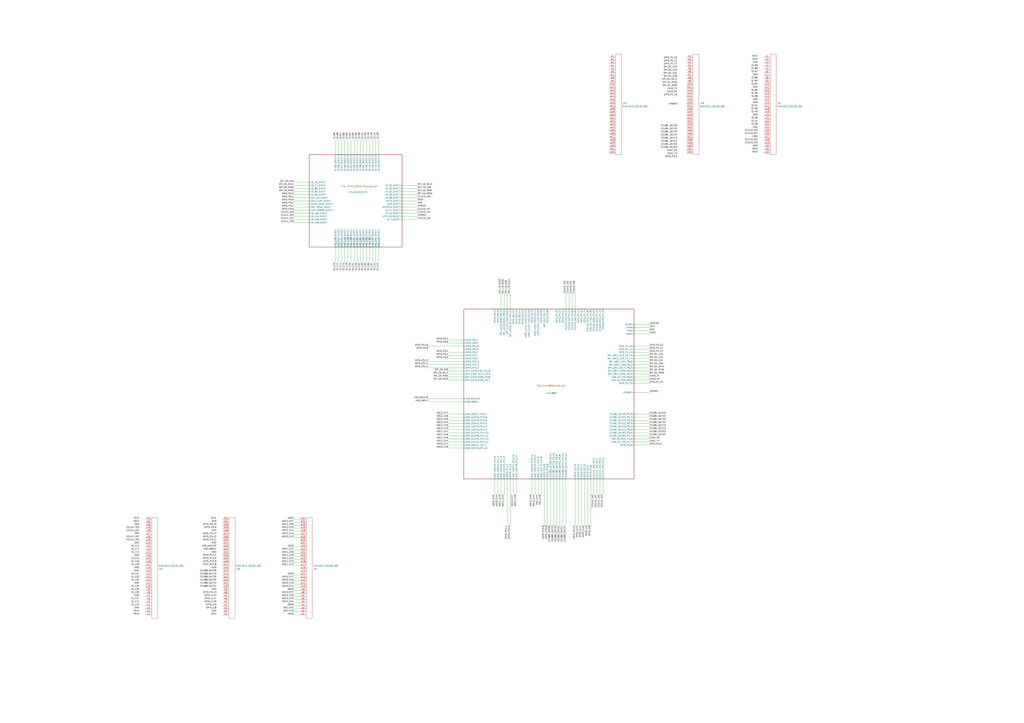
<source format=kicad_sch>
(kicad_sch (version 20211123) (generator eeschema)
  (paper "A1")
  (lib_symbols
    (symbol "DIN41612_03x32_ABC:DIN41612_03x32_ABC"
      (property "Reference" "J" (at 0 3.81 0))
      (property "Value" "DIN41612_03x32_ABC" (at 0 1.27 0))
      (symbol "DIN41612_03x32_ABC_1_0"
        (pin passive line (at -7.62 -2.54 0) (length 5.08) (name "") (number "a1"))
        (pin passive line (at -7.62 -25.4 0) (length 5.08) (name "") (number "a10"))
        (pin passive line (at -7.62 -27.94 0) (length 5.08) (name "") (number "a11"))
        (pin passive line (at -7.62 -30.48 0) (length 5.08) (name "") (number "a12"))
        (pin passive line (at -7.62 -33.02 0) (length 5.08) (name "") (number "a13"))
        (pin passive line (at -7.62 -35.56 0) (length 5.08) (name "") (number "a14"))
        (pin passive line (at -7.62 -38.1 0) (length 5.08) (name "") (number "a15"))
        (pin passive line (at -7.62 -40.64 0) (length 5.08) (name "") (number "a16"))
        (pin passive line (at -7.62 -43.18 0) (length 5.08) (name "") (number "a17"))
        (pin passive line (at -7.62 -45.72 0) (length 5.08) (name "") (number "a18"))
        (pin passive line (at -7.62 -48.26 0) (length 5.08) (name "") (number "a19"))
        (pin passive line (at -7.62 -5.08 0) (length 5.08) (name "") (number "a2"))
        (pin passive line (at -7.62 -50.8 0) (length 5.08) (name "") (number "a20"))
        (pin passive line (at -7.62 -53.34 0) (length 5.08) (name "") (number "a21"))
        (pin passive line (at -7.62 -55.88 0) (length 5.08) (name "") (number "a22"))
        (pin passive line (at -7.62 -58.42 0) (length 5.08) (name "") (number "a23"))
        (pin passive line (at -7.62 -60.96 0) (length 5.08) (name "") (number "a24"))
        (pin passive line (at -7.62 -63.5 0) (length 5.08) (name "") (number "a25"))
        (pin passive line (at -7.62 -66.04 0) (length 5.08) (name "") (number "a26"))
        (pin passive line (at -7.62 -68.58 0) (length 5.08) (name "") (number "a27"))
        (pin passive line (at -7.62 -71.12 0) (length 5.08) (name "") (number "a28"))
        (pin passive line (at -7.62 -73.66 0) (length 5.08) (name "") (number "a29"))
        (pin passive line (at -7.62 -7.62 0) (length 5.08) (name "") (number "a3"))
        (pin passive line (at -7.62 -76.2 0) (length 5.08) (name "") (number "a30"))
        (pin passive line (at -7.62 -78.74 0) (length 5.08) (name "") (number "a31"))
        (pin passive line (at -7.62 -81.28 0) (length 5.08) (name "") (number "a32"))
        (pin passive line (at -7.62 -10.16 0) (length 5.08) (name "") (number "a4"))
        (pin passive line (at -7.62 -12.7 0) (length 5.08) (name "") (number "a5"))
        (pin passive line (at -7.62 -15.24 0) (length 5.08) (name "") (number "a6"))
        (pin passive line (at -7.62 -17.78 0) (length 5.08) (name "") (number "a7"))
        (pin passive line (at -7.62 -20.32 0) (length 5.08) (name "") (number "a8"))
        (pin passive line (at -7.62 -22.86 0) (length 5.08) (name "") (number "a9"))
      )
      (symbol "DIN41612_03x32_ABC_1_1"
        (rectangle (start -2.54 0) (end 2.54 -82.55))
      )
      (symbol "DIN41612_03x32_ABC_2_0"
        (pin passive line (at -7.62 -2.54 0) (length 5.08) (name "") (number "b1"))
        (pin passive line (at -7.62 -25.4 0) (length 5.08) (name "") (number "b10"))
        (pin passive line (at -7.62 -27.94 0) (length 5.08) (name "") (number "b11"))
        (pin passive line (at -7.62 -30.48 0) (length 5.08) (name "") (number "b12"))
        (pin passive line (at -7.62 -33.02 0) (length 5.08) (name "") (number "b13"))
        (pin passive line (at -7.62 -35.56 0) (length 5.08) (name "") (number "b14"))
        (pin passive line (at -7.62 -38.1 0) (length 5.08) (name "") (number "b15"))
        (pin passive line (at -7.62 -40.64 0) (length 5.08) (name "") (number "b16"))
        (pin passive line (at -7.62 -43.18 0) (length 5.08) (name "") (number "b17"))
        (pin passive line (at -7.62 -45.72 0) (length 5.08) (name "") (number "b18"))
        (pin passive line (at -7.62 -48.26 0) (length 5.08) (name "") (number "b19"))
        (pin passive line (at -7.62 -5.08 0) (length 5.08) (name "") (number "b2"))
        (pin passive line (at -7.62 -50.8 0) (length 5.08) (name "") (number "b20"))
        (pin passive line (at -7.62 -53.34 0) (length 5.08) (name "") (number "b21"))
        (pin passive line (at -7.62 -55.88 0) (length 5.08) (name "") (number "b22"))
        (pin passive line (at -7.62 -58.42 0) (length 5.08) (name "") (number "b23"))
        (pin passive line (at -7.62 -60.96 0) (length 5.08) (name "") (number "b24"))
        (pin passive line (at -7.62 -63.5 0) (length 5.08) (name "") (number "b25"))
        (pin passive line (at -7.62 -66.04 0) (length 5.08) (name "") (number "b26"))
        (pin passive line (at -7.62 -68.58 0) (length 5.08) (name "") (number "b27"))
        (pin passive line (at -7.62 -71.12 0) (length 5.08) (name "") (number "b28"))
        (pin passive line (at -7.62 -73.66 0) (length 5.08) (name "") (number "b29"))
        (pin passive line (at -7.62 -7.62 0) (length 5.08) (name "") (number "b3"))
        (pin passive line (at -7.62 -76.2 0) (length 5.08) (name "") (number "b30"))
        (pin passive line (at -7.62 -78.74 0) (length 5.08) (name "") (number "b31"))
        (pin passive line (at -7.62 -81.28 0) (length 5.08) (name "") (number "b32"))
        (pin passive line (at -7.62 -10.16 0) (length 5.08) (name "") (number "b4"))
        (pin passive line (at -7.62 -12.7 0) (length 5.08) (name "") (number "b5"))
        (pin passive line (at -7.62 -15.24 0) (length 5.08) (name "") (number "b6"))
        (pin passive line (at -7.62 -17.78 0) (length 5.08) (name "") (number "b7"))
        (pin passive line (at -7.62 -20.32 0) (length 5.08) (name "") (number "b8"))
        (pin passive line (at -7.62 -22.86 0) (length 5.08) (name "") (number "b9"))
      )
      (symbol "DIN41612_03x32_ABC_2_1"
        (rectangle (start -2.54 0) (end 2.54 -82.55))
      )
      (symbol "DIN41612_03x32_ABC_3_0"
        (pin passive line (at -7.62 -2.54 0) (length 5.08) (name "") (number "c1"))
        (pin passive line (at -7.62 -25.4 0) (length 5.08) (name "") (number "c10"))
        (pin passive line (at -7.62 -27.94 0) (length 5.08) (name "") (number "c11"))
        (pin passive line (at -7.62 -30.48 0) (length 5.08) (name "") (number "c12"))
        (pin passive line (at -7.62 -33.02 0) (length 5.08) (name "") (number "c13"))
        (pin passive line (at -7.62 -35.56 0) (length 5.08) (name "") (number "c14"))
        (pin passive line (at -7.62 -38.1 0) (length 5.08) (name "") (number "c15"))
        (pin passive line (at -7.62 -40.64 0) (length 5.08) (name "") (number "c16"))
        (pin passive line (at -7.62 -43.18 0) (length 5.08) (name "") (number "c17"))
        (pin passive line (at -7.62 -45.72 0) (length 5.08) (name "") (number "c18"))
        (pin passive line (at -7.62 -48.26 0) (length 5.08) (name "") (number "c19"))
        (pin passive line (at -7.62 -5.08 0) (length 5.08) (name "") (number "c2"))
        (pin passive line (at -7.62 -50.8 0) (length 5.08) (name "") (number "c20"))
        (pin passive line (at -7.62 -53.34 0) (length 5.08) (name "") (number "c21"))
        (pin passive line (at -7.62 -55.88 0) (length 5.08) (name "") (number "c22"))
        (pin passive line (at -7.62 -58.42 0) (length 5.08) (name "") (number "c23"))
        (pin passive line (at -7.62 -60.96 0) (length 5.08) (name "") (number "c24"))
        (pin passive line (at -7.62 -63.5 0) (length 5.08) (name "") (number "c25"))
        (pin passive line (at -7.62 -66.04 0) (length 5.08) (name "") (number "c26"))
        (pin passive line (at -7.62 -68.58 0) (length 5.08) (name "") (number "c27"))
        (pin passive line (at -7.62 -71.12 0) (length 5.08) (name "") (number "c28"))
        (pin passive line (at -7.62 -73.66 0) (length 5.08) (name "") (number "c29"))
        (pin passive line (at -7.62 -7.62 0) (length 5.08) (name "") (number "c3"))
        (pin passive line (at -7.62 -76.2 0) (length 5.08) (name "") (number "c30"))
        (pin passive line (at -7.62 -78.74 0) (length 5.08) (name "") (number "c31"))
        (pin passive line (at -7.62 -81.28 0) (length 5.08) (name "") (number "c32"))
        (pin passive line (at -7.62 -10.16 0) (length 5.08) (name "") (number "c4"))
        (pin passive line (at -7.62 -12.7 0) (length 5.08) (name "") (number "c5"))
        (pin passive line (at -7.62 -15.24 0) (length 5.08) (name "") (number "c6"))
        (pin passive line (at -7.62 -17.78 0) (length 5.08) (name "") (number "c7"))
        (pin passive line (at -7.62 -20.32 0) (length 5.08) (name "") (number "c8"))
        (pin passive line (at -7.62 -22.86 0) (length 5.08) (name "") (number "c9"))
      )
      (symbol "DIN41612_03x32_ABC_3_1"
        (rectangle (start -2.54 0) (end 2.54 -82.55))
      )
    )
  )
  (wire (pts (xy 520.7 363.22) (xy 533.4 363.22)))
  (wire (pts (xy 241.3 505.46) (xy 246.38 505.46)))
  (wire (pts (xy 520.7 350.52) (xy 533.4 350.52)))
  (wire (pts (xy 414.02 241.3) (xy 414.02 254)))
  (wire (pts (xy 459.74 393.7) (xy 459.74 431.8)))
  (wire (pts (xy 520.7 304.8) (xy 533.4 304.8)))
  (wire (pts (xy 368.3 342.9) (xy 381 342.9)))
  (wire (pts (xy 330.2 172.72) (xy 342.9 172.72)))
  (wire (pts (xy 241.3 482.6) (xy 246.38 482.6)))
  (wire (pts (xy 520.7 297.18) (xy 533.4 297.18)))
  (wire (pts (xy 520.7 269.24) (xy 533.4 269.24)))
  (wire (pts (xy 241.3 497.84) (xy 246.38 497.84)))
  (wire (pts (xy 275.59 203.2) (xy 275.59 215.9)))
  (wire (pts (xy 474.98 393.7) (xy 474.98 431.8)))
  (wire (pts (xy 241.3 480.06) (xy 246.38 480.06)))
  (wire (pts (xy 241.3 457.2) (xy 246.38 457.2)))
  (wire (pts (xy 368.3 294.64) (xy 381 294.64)))
  (wire (pts (xy 241.3 474.98) (xy 246.38 474.98)))
  (wire (pts (xy 241.3 162.56) (xy 254 162.56)))
  (wire (pts (xy 241.3 500.38) (xy 246.38 500.38)))
  (wire (pts (xy 490.22 393.7) (xy 490.22 406.4)))
  (wire (pts (xy 419.1 241.3) (xy 419.1 254)))
  (wire (pts (xy 441.96 393.7) (xy 441.96 406.4)))
  (wire (pts (xy 288.29 203.2) (xy 288.29 215.9)))
  (wire (pts (xy 414.02 393.7) (xy 414.02 406.4)))
  (wire (pts (xy 241.3 464.82) (xy 246.38 464.82)))
  (wire (pts (xy 241.3 170.18) (xy 254 170.18)))
  (wire (pts (xy 477.52 393.7) (xy 477.52 431.8)))
  (wire (pts (xy 520.7 360.68) (xy 533.4 360.68)))
  (wire (pts (xy 467.36 241.3) (xy 467.36 254)))
  (wire (pts (xy 295.91 114.3) (xy 295.91 127)))
  (wire (pts (xy 241.3 167.64) (xy 254 167.64)))
  (wire (pts (xy 368.3 279.4) (xy 381 279.4)))
  (wire (pts (xy 241.3 160.02) (xy 254 160.02)))
  (wire (pts (xy 520.7 274.32) (xy 533.4 274.32)))
  (wire (pts (xy 368.3 304.8) (xy 381 304.8)))
  (wire (pts (xy 520.7 353.06) (xy 533.4 353.06)))
  (wire (pts (xy 368.3 292.1) (xy 381 292.1)))
  (wire (pts (xy 330.2 162.56) (xy 342.9 162.56)))
  (wire (pts (xy 241.3 180.34) (xy 254 180.34)))
  (wire (pts (xy 416.56 393.7) (xy 416.56 431.8)))
  (wire (pts (xy 444.5 393.7) (xy 444.5 406.4)))
  (wire (pts (xy 308.61 114.3) (xy 308.61 127)))
  (wire (pts (xy 241.3 154.94) (xy 254 154.94)))
  (wire (pts (xy 520.7 266.7) (xy 533.4 266.7)))
  (wire (pts (xy 330.2 154.94) (xy 342.9 154.94)))
  (wire (pts (xy 241.3 449.58) (xy 246.38 449.58)))
  (wire (pts (xy 520.7 294.64) (xy 533.4 294.64)))
  (wire (pts (xy 449.58 393.7) (xy 449.58 431.8)))
  (wire (pts (xy 351.79 297.18) (xy 381 297.18)))
  (wire (pts (xy 462.28 393.7) (xy 462.28 431.8)))
  (wire (pts (xy 469.9 241.3) (xy 469.9 254)))
  (wire (pts (xy 241.3 182.88) (xy 254 182.88)))
  (wire (pts (xy 241.3 165.1) (xy 254 165.1)))
  (wire (pts (xy 241.3 149.86) (xy 254 149.86)))
  (wire (pts (xy 368.3 353.06) (xy 381 353.06)))
  (wire (pts (xy 275.59 114.3) (xy 275.59 127)))
  (wire (pts (xy 457.2 393.7) (xy 457.2 431.8)))
  (wire (pts (xy 330.2 177.8) (xy 342.9 177.8)))
  (wire (pts (xy 293.37 203.2) (xy 293.37 215.9)))
  (wire (pts (xy 424.18 393.7) (xy 424.18 406.4)))
  (wire (pts (xy 520.7 365.76) (xy 533.4 365.76)))
  (wire (pts (xy 368.3 363.22) (xy 381 363.22)))
  (wire (pts (xy 520.7 309.88) (xy 533.4 309.88)))
  (wire (pts (xy 351.79 302.26) (xy 381 302.26)))
  (wire (pts (xy 283.21 114.3) (xy 283.21 127)))
  (wire (pts (xy 368.3 350.52) (xy 381 350.52)))
  (wire (pts (xy 298.45 203.2) (xy 298.45 215.9)))
  (wire (pts (xy 298.45 114.3) (xy 298.45 127)))
  (wire (pts (xy 368.3 281.94) (xy 381 281.94)))
  (wire (pts (xy 485.14 393.7) (xy 485.14 431.8)))
  (wire (pts (xy 520.7 355.6) (xy 533.4 355.6)))
  (wire (pts (xy 330.2 170.18) (xy 342.9 170.18)))
  (wire (pts (xy 241.3 431.8) (xy 246.38 431.8)))
  (wire (pts (xy 330.2 160.02) (xy 342.9 160.02)))
  (wire (pts (xy 306.07 114.3) (xy 306.07 127)))
  (wire (pts (xy 447.04 393.7) (xy 447.04 431.8)))
  (wire (pts (xy 241.3 429.26) (xy 246.38 429.26)))
  (wire (pts (xy 285.75 114.3) (xy 285.75 127)))
  (wire (pts (xy 368.3 309.88) (xy 381 309.88)))
  (wire (pts (xy 330.2 175.26) (xy 342.9 175.26)))
  (wire (pts (xy 408.94 393.7) (xy 408.94 406.4)))
  (wire (pts (xy 311.15 203.2) (xy 311.15 215.9)))
  (wire (pts (xy 295.91 203.2) (xy 295.91 215.9)))
  (wire (pts (xy 330.2 180.34) (xy 342.9 180.34)))
  (wire (pts (xy 480.06 393.7) (xy 480.06 431.8)))
  (wire (pts (xy 411.48 393.7) (xy 411.48 406.4)))
  (wire (pts (xy 241.3 152.4) (xy 254 152.4)))
  (wire (pts (xy 495.3 393.7) (xy 495.3 406.4)))
  (wire (pts (xy 241.3 441.96) (xy 246.38 441.96)))
  (wire (pts (xy 520.7 322.58) (xy 533.4 322.58)))
  (wire (pts (xy 368.3 340.36) (xy 381 340.36)))
  (wire (pts (xy 280.67 203.2) (xy 280.67 215.9)))
  (wire (pts (xy 520.7 345.44) (xy 533.4 345.44)))
  (wire (pts (xy 351.79 299.72) (xy 381 299.72)))
  (wire (pts (xy 439.42 393.7) (xy 439.42 406.4)))
  (wire (pts (xy 241.3 495.3) (xy 246.38 495.3)))
  (wire (pts (xy 464.82 393.7) (xy 464.82 431.8)))
  (wire (pts (xy 285.75 203.2) (xy 285.75 215.9)))
  (wire (pts (xy 351.79 327.66) (xy 381 327.66)))
  (wire (pts (xy 520.7 340.36) (xy 533.4 340.36)))
  (wire (pts (xy 368.3 307.34) (xy 381 307.34)))
  (wire (pts (xy 241.3 462.28) (xy 246.38 462.28)))
  (wire (pts (xy 411.48 241.3) (xy 411.48 254)))
  (wire (pts (xy 368.3 360.68) (xy 381 360.68)))
  (wire (pts (xy 330.2 165.1) (xy 342.9 165.1)))
  (wire (pts (xy 472.44 393.7) (xy 472.44 431.8)))
  (wire (pts (xy 330.2 167.64) (xy 342.9 167.64)))
  (wire (pts (xy 368.3 289.56) (xy 381 289.56)))
  (wire (pts (xy 241.3 452.12) (xy 246.38 452.12)))
  (wire (pts (xy 293.37 114.3) (xy 293.37 127)))
  (wire (pts (xy 472.44 241.3) (xy 472.44 254)))
  (wire (pts (xy 406.4 393.7) (xy 406.4 406.4)))
  (wire (pts (xy 464.82 241.3) (xy 464.82 254)))
  (wire (pts (xy 368.3 355.6) (xy 381 355.6)))
  (wire (pts (xy 520.7 312.42) (xy 533.4 312.42)))
  (wire (pts (xy 520.7 314.96) (xy 533.4 314.96)))
  (wire (pts (xy 283.21 203.2) (xy 283.21 215.9)))
  (wire (pts (xy 454.66 393.7) (xy 454.66 431.8)))
  (wire (pts (xy 520.7 358.14) (xy 533.4 358.14)))
  (wire (pts (xy 241.3 459.74) (xy 246.38 459.74)))
  (wire (pts (xy 241.3 490.22) (xy 246.38 490.22)))
  (wire (pts (xy 520.7 347.98) (xy 533.4 347.98)))
  (wire (pts (xy 487.68 393.7) (xy 487.68 406.4)))
  (wire (pts (xy 280.67 114.3) (xy 280.67 127)))
  (wire (pts (xy 520.7 342.9) (xy 533.4 342.9)))
  (wire (pts (xy 308.61 203.2) (xy 308.61 215.9)))
  (wire (pts (xy 241.3 177.8) (xy 254 177.8)))
  (wire (pts (xy 241.3 454.66) (xy 246.38 454.66)))
  (wire (pts (xy 351.79 330.2) (xy 381 330.2)))
  (wire (pts (xy 241.3 157.48) (xy 254 157.48)))
  (wire (pts (xy 368.3 358.14) (xy 381 358.14)))
  (wire (pts (xy 290.83 203.2) (xy 290.83 215.9)))
  (wire (pts (xy 303.53 203.2) (xy 303.53 215.9)))
  (wire (pts (xy 520.7 289.56) (xy 533.4 289.56)))
  (wire (pts (xy 288.29 114.3) (xy 288.29 127)))
  (wire (pts (xy 368.3 345.44) (xy 381 345.44)))
  (wire (pts (xy 421.64 393.7) (xy 421.64 406.4)))
  (wire (pts (xy 419.1 393.7) (xy 419.1 431.8)))
  (wire (pts (xy 300.99 203.2) (xy 300.99 215.9)))
  (wire (pts (xy 241.3 487.68) (xy 246.38 487.68)))
  (wire (pts (xy 241.3 485.14) (xy 246.38 485.14)))
  (wire (pts (xy 452.12 393.7) (xy 452.12 431.8)))
  (wire (pts (xy 303.53 114.3) (xy 303.53 127)))
  (wire (pts (xy 520.7 284.48) (xy 533.4 284.48)))
  (wire (pts (xy 241.3 436.88) (xy 246.38 436.88)))
  (wire (pts (xy 278.13 114.3) (xy 278.13 127)))
  (wire (pts (xy 311.15 114.3) (xy 311.15 127)))
  (wire (pts (xy 241.3 472.44) (xy 246.38 472.44)))
  (wire (pts (xy 492.76 393.7) (xy 492.76 406.4)))
  (wire (pts (xy 241.3 172.72) (xy 254 172.72)))
  (wire (pts (xy 520.7 299.72) (xy 533.4 299.72)))
  (wire (pts (xy 520.7 302.26) (xy 533.4 302.26)))
  (wire (pts (xy 416.56 241.3) (xy 416.56 254)))
  (wire (pts (xy 368.3 312.42) (xy 381 312.42)))
  (wire (pts (xy 330.2 157.48) (xy 342.9 157.48)))
  (wire (pts (xy 368.3 365.76) (xy 381 365.76)))
  (wire (pts (xy 482.6 393.7) (xy 482.6 431.8)))
  (wire (pts (xy 278.13 203.2) (xy 278.13 215.9)))
  (wire (pts (xy 241.3 492.76) (xy 246.38 492.76)))
  (wire (pts (xy 368.3 347.98) (xy 381 347.98)))
  (wire (pts (xy 241.3 477.52) (xy 246.38 477.52)))
  (wire (pts (xy 300.99 114.3) (xy 300.99 127)))
  (wire (pts (xy 520.7 271.78) (xy 533.4 271.78)))
  (wire (pts (xy 330.2 152.4) (xy 342.9 152.4)))
  (wire (pts (xy 520.7 287.02) (xy 533.4 287.02)))
  (wire (pts (xy 368.3 368.3) (xy 381 368.3)))
  (wire (pts (xy 290.83 114.3) (xy 290.83 127)))
  (wire (pts (xy 241.3 434.34) (xy 246.38 434.34)))
  (wire (pts (xy 241.3 426.72) (xy 246.38 426.72)))
  (wire (pts (xy 520.7 307.34) (xy 533.4 307.34)))
  (wire (pts (xy 241.3 502.92) (xy 246.38 502.92)))
  (wire (pts (xy 520.7 292.1) (xy 533.4 292.1)))
  (wire (pts (xy 351.79 284.48) (xy 381 284.48)))
  (wire (pts (xy 241.3 175.26) (xy 254 175.26)))
  (wire (pts (xy 241.3 439.42) (xy 246.38 439.42)))
  (wire (pts (xy 306.07 203.2) (xy 306.07 215.9)))
  (wire (pts (xy 436.88 393.7) (xy 436.88 406.4)))
  (label "IO_59" (at 622.3 77.47 180))
  (label "IO_121" (at 290.83 215.9 270))
  (label "CAN3_TX" (at 556.26 73.66 180))
  (label "V5V1" (at 177.8 505.46 180))
  (label "V5VSTBY" (at 533.4 266.7 0))
  (label "CCU81_OUT03" (at 533.4 355.6 0))
  (label "GPIO_P2.0" (at 533.4 365.76 0))
  (label "IO_42" (at 308.61 114.3 90))
  (label "GND" (at 177.8 454.66 180))
  (label "IO_110" (at 275.59 215.9 270))
  (label "AGND" (at 241.3 426.72 180))
  (label "CCU41_IN2" (at 114.3 436.88 180))
  (label "GPIO_P15.8" (at 177.8 464.82 180))
  (label "IO_64" (at 288.29 114.3 90))
  (label "GND" (at 114.3 480.06 180))
  (label "SPI_10_SCLK" (at 342.9 152.4 0))
  (label "CCU41_IN3" (at 241.3 175.26 180))
  (label "nPORST" (at 342.9 170.18 0))
  (label "GND" (at 114.3 467.36 180))
  (label "GPIO_P2.0" (at 241.3 160.02 180))
  (label "GND" (at 622.3 113.03 180))
  (label "HIB_WAKEUP" (at 177.8 449.58 180))
  (label "CCU43_IN1" (at 469.9 241.3 90))
  (label "V5V2" (at 342.9 165.1 0))
  (label "V5V1" (at 533.4 269.24 0))
  (label "ADC2_CH7" (at 368.3 340.36 180))
  (label "CCU80_OUT11" (at 462.28 431.8 270))
  (label "CCU80_OUT21" (at 177.8 482.6 180))
  (label "V5V2" (at 622.3 46.99 180))
  (label "GPIO_P3.11" (at 351.79 302.26 180))
  (label "IO_135" (at 300.99 215.9 270))
  (label "HIB_WAKEUP" (at 351.79 327.66 180))
  (label "IO_68" (at 622.3 57.15 180))
  (label "ADC3_CH4" (at 439.42 406.4 270))
  (label "GPIO_P1.10" (at 533.4 284.48 0))
  (label "CCU41_IN3" (at 495.3 406.4 270))
  (label "GND" (at 114.3 457.2 180))
  (label "GND" (at 622.3 52.07 180))
  (label "GPIO_P1.15" (at 533.4 314.96 0))
  (label "V5V2" (at 114.3 502.92 180))
  (label "CCU80_OUT01" (at 177.8 477.52 180))
  (label "GPIO_P3.12" (at 351.79 299.72 180))
  (label "GND" (at 114.3475 439.1955 180))
  (label "ADC0_CH7" (at 241.3 474.98 180))
  (label "GND" (at 177.8 467.36 180))
  (label "IO_121" (at 114.3 472.44 180))
  (label "CCU81_OUT22" (at 556.26 111.76 180))
  (label "GPIO_P0.1" (at 368.3 279.4 180))
  (label "CAN3_TX" (at 533.4 309.88 0))
  (label "IO_132" (at 114.3 477.52 180))
  (label "CCU81_OUT03" (at 556.26 119.38 180))
  (label "IO_46" (at 622.3 97.79 180))
  (label "CCU81_OUT32" (at 533.4 342.9 0))
  (label "IO_136" (at 303.53 215.9 270))
  (label "CCU43_IN3" (at 342.9 180.34 0))
  (label "CCU43_IN2" (at 342.9 175.26 0))
  (label "GPIO_P14.1" (at 416.56 431.8 270))
  (label "CCU81_OUT13" (at 556.26 114.3 180))
  (label "IO_39" (at 311.15 114.3 90))
  (label "GPIO_P2.0" (at 556.26 129.54 180))
  (label "IO_58" (at 295.91 114.3 90))
  (label "GPIO_P15.8" (at 449.58 431.8 270))
  (label "ADC0_CH5" (at 241.3 480.06 180))
  (label "GPIO_2.11" (at 477.52 431.8 270))
  (label "CCU43_IN2" (at 622.3 115.57 180))
  (label "GPIO_P3.2" (at 368.3 289.56 180))
  (label "GPIO_P0.0" (at 241.3 165.1 180))
  (label "ADC3_CH7" (at 421.64 406.4 270))
  (label "ADC3_CH6" (at 424.18 406.4 270))
  (label "IO_115" (at 114.3 459.74 180))
  (label "SPI_01_SCLK" (at 556.26 66.04 180))
  (label "IO_58" (at 622.3 80.01 180))
  (label "SPI_01_CS2" (at 533.4 294.64 0))
  (label "GPIO_2.12" (at 177.8 490.22 180))
  (label "SPI_20_MISO" (at 368.3 312.42 180))
  (label "GPIO_2.10" (at 177.8 495.3 180))
  (label "SPI_20_CS0" (at 241.3 149.86 180))
  (label "GPIO_2.9" (at 482.6 431.8 270))
  (label "GPIO_2.9" (at 177.8 497.84 180))
  (label "GPIO_2.8" (at 177.8 500.38 180))
  (label "CCU43_IN0" (at 622.3 107.95 180))
  (label "ADC2_CH5" (at 368.3 345.44 180))
  (label "IO_50" (at 622.3 90.17 180))
  (label "IO_65" (at 622.3 67.31 180))
  (label "CCU81_OUT22" (at 533.4 347.98 0))
  (label "GND" (at 622.3 62.23 180))
  (label "GPIO_P15.9" (at 177.8 462.28 180))
  (label "ADC1_CH5" (at 241.3 457.2 180))
  (label "ADC1_CH2" (at 241.3 464.82 180))
  (label "IO_39" (at 622.3 102.87 180))
  (label "GPIO_P3.11" (at 177.8 444.5 180))
  (label "GND" (at 177.8 436.88 180))
  (label "CAN3_RX" (at 556.26 76.2 180))
  (label "IO_133" (at 298.45 215.9 270))
  (label "ADC2_CH6" (at 241.3 431.8 180))
  (label "CCU81_OUT12" (at 556.26 116.84 180))
  (label "V5V2" (at 622.3 123.19 180))
  (label "GPIO_P1.12" (at 533.4 289.56 0))
  (label "ADC2_CH3" (at 368.3 350.52 180))
  (label "ADC1_CH6" (at 368.3 358.14 180))
  (label "ADC3_CH5" (at 241.3 492.76 180))
  (label "GPIO_P3.13" (at 351.79 297.18 180))
  (label "IO_142" (at 311.15 215.9 270))
  (label "V5V2" (at 622.3 125.73 180))
  (label "IO_137" (at 114.3 492.76 180))
  (label "IO_51" (at 622.3 87.63 180))
  (label "IO_125" (at 114.3 474.98 180))
  (label "IO_66" (at 283.21 114.3 90))
  (label "SPI_20_SCLK" (at 368.3 307.34 180))
  (label "SPI_20_MOSI" (at 368.3 309.88 180))
  (label "IO_137" (at 306.07 215.9 270))
  (label "CCU81_OUT23" (at 533.4 345.44 0))
  (label "GND" (at 177.8 429.26 180))
  (label "SPI_01_MISO" (at 533.4 304.8 0))
  (label "ADC0_CH4" (at 241.3 482.6 180))
  (label "SPI_10_MISO" (at 342.9 160.02 0))
  (label "AGND" (at 241.3 505.46 180))
  (label "V5V1" (at 177.8 426.72 180))
  (label "IO_50" (at 300.99 114.3 90))
  (label "ADC2_CH6" (at 368.3 342.9 180))
  (label "IO_119" (at 285.75 215.9 270))
  (label "CCU43_IN1" (at 622.3 110.49 180))
  (label "IO_59" (at 293.37 114.3 90))
  (label "CCU80_OUT00" (at 452.12 431.8 270))
  (label "IO_132" (at 295.91 215.9 270))
  (label "GND" (at 533.4 271.78 0))
  (label "GND" (at 114.3 500.38 180))
  (label "ADC3_CH5" (at 436.88 406.4 270))
  (label "GPIO_2.12" (at 474.98 431.8 270))
  (label "SPI_20_SCLK" (at 241.3 152.4 180))
  (label "CCU41_IN0" (at 487.68 406.4 270))
  (label "IO_125" (at 293.37 215.9 270))
  (label "ADC0_CH7" (at 368.3 365.76 180))
  (label "IO_120" (at 288.29 215.9 270))
  (label "ADC1_CH5" (at 368.3 360.68 180))
  (label "AGND" (at 533.4 274.32 0))
  (label "IO_119" (at 114.3 462.28 180))
  (label "IO_60" (at 622.3 74.93 180))
  (label "AGND" (at 241.3 485.14 180))
  (label "GPIO_P0.10" (at 351.79 284.48 180))
  (label "CCU43_IN2" (at 467.36 241.3 90))
  (label "IO_133" (at 114.3 482.6 180))
  (label "CCU43_IN3" (at 464.82 241.3 90))
  (label "CCU41_IN2" (at 492.76 406.4 270))
  (label "ADC0_CH6" (at 368.3 368.3 180))
  (label "CCU43_IN3" (at 622.3 118.11 180))
  (label "CCU41_IN2" (at 241.3 177.8 180))
  (label "DAC_CH0" (at 241.3 502.92 180))
  (label "ADC0_CH6" (at 241.3 477.52 180))
  (label "SPI_01_CS1" (at 533.4 297.18 0))
  (label "GPIO_P14.0" (at 177.8 459.74 180))
  (label "IO_69" (at 275.59 114.3 90))
  (label "GND" (at 177.8 502.92 180))
  (label "nPORST" (at 556.26 86.36 180))
  (label "GPIO_P1.12" (at 556.26 53.34 180))
  (label "CCU80_OUT01" (at 459.74 431.8 270))
  (label "IO_46" (at 306.07 114.3 90))
  (label "ADC0_CH5" (at 406.4 406.4 270))
  (label "GND" (at 177.8 485.14 180))
  (label "GPIO_P0.9" (at 177.8 434.34 180))
  (label "ADC2_CH2" (at 241.3 441.96 180))
  (label "nPORST" (at 533.4 322.58 0))
  (label "CAN1_TX" (at 556.26 127 180))
  (label "ADC1_CH4" (at 368.3 363.22 180))
  (label "CCU81_OUT02" (at 556.26 121.92 180))
  (label "CCU81_OUT02" (at 533.4 358.14 0))
  (label "AGND" (at 241.3 497.84 180))
  (label "V5V2" (at 622.3 49.53 180))
  (label "CCU80_OUT10" (at 177.8 472.44 180))
  (label "CCU80_OUT20" (at 457.2 431.8 270))
  (label "ADC1_CH3" (at 411.48 406.4 270))
  (label "GND" (at 622.3 72.39 180))
  (label "GND" (at 622.3 82.55 180))
  (label "IO_60" (at 290.83 114.3 90))
  (label "GND" (at 114.3 447.04 180))
  (label "IO_114" (at 114.3 454.66 180))
  (label "CAN1_RX" (at 533.4 360.68 0))
  (label "GND" (at 114.3 469.9 180))
  (label "CCU81_OUT13" (at 533.4 350.52 0))
  (label "V5V2" (at 114.3 505.46 180))
  (label "SPI_10_SCLK" (at 419.1 241.3 90))
  (label "SPI_01_SCLK" (at 533.4 302.26 0))
  (label "GPIO_P0.0" (at 368.3 281.94 180))
  (label "IO_111" (at 114.3 452.12 180))
  (label "IO_120" (at 114.3 464.82 180))
  (label "SPI_01_CS1" (at 556.26 60.96 180))
  (label "CCU80_OUT20" (at 177.8 474.98 180))
  (label "CCU41_IN3" (at 114.3 434.34 180))
  (label "GPIO_P14.0" (at 419.1 431.8 270))
  (label "IO_65" (at 285.75 114.3 90))
  (label "CAN1_RX" (at 556.26 124.46 180))
  (label "GPIO_P3.0" (at 241.3 172.72 180))
  (label "GPIO_P0.9" (at 351.79 287.02 180))
  (label "ADC1_CH3" (at 241.3 462.28 180))
  (label "ADC3_CH7" (at 241.3 487.68 180))
  (label "AGND" (at 241.3 449.58 180))
  (label "ADC0_CH4" (at 408.94 406.4 270))
  (label "V5V2" (at 114.3 426.72 180))
  (label "ADC3_CH6" (at 241.3 490.22 180))
  (label "ADC2_CH3" (at 241.3 439.42 180))
  (label "SPI_01_MOSI" (at 533.4 307.34 0))
  (label "HIB_HBOUT" (at 177.8 452.12 180))
  (label "GPIO_P1.15" (at 556.26 78.74 180))
  (label "IO_67" (at 280.67 114.3 90))
  (label "IO_141" (at 308.61 215.9 270))
  (label "CCU41_IN1" (at 490.22 406.4 270))
  (label "CCU81_OUT33" (at 556.26 104.14 180))
  (label "CCU81_OUT12" (at 533.4 353.06 0))
  (label "IO_141" (at 114.3 495.3 180))
  (label "IO_114" (at 280.67 215.9 270))
  (label "SPI_01_CS0" (at 533.4 299.72 0))
  (label "IO_135" (at 114.3 485.14 180))
  (label "GPIO_P3.2" (at 241.3 167.64 180))
  (label "CAN3_RX" (at 533.4 312.42 0))
  (label "GPIO_P2.13" (at 177.8 487.68 180))
  (label "ADC3_CH4" (at 241.3 495.3 180))
  (label "SPI_10_MOSI" (at 414.02 241.3 90))
  (label "GPIO_P2.13" (at 472.44 431.8 270))
  (label "IO_68" (at 278.13 114.3 90))
  (label "CCU80_OUT21" (at 464.82 431.8 270))
  (label "ADC1_CH2" (at 414.02 406.4 270))
  (label "GND" (at 622.3 85.09 180))
  (label "GPIO_P3.13" (at 177.8 439.42 180))
  (label "SPI_20_CS0" (at 368.3 304.8 180))
  (label "GND" (at 342.9 167.64 0))
  (label "CCU80_OUT00" (at 177.8 469.9 180))
  (label "SPI_01_CS3" (at 533.4 292.1 0))
  (label "CCU41_IN0" (at 241.3 182.88 180))
  (label "CCU43_IN0" (at 472.44 241.3 90))
  (label "ADC2_CH4" (at 368.3 347.98 180))
  (label "V5V2" (at 114.3 429.26 180))
  (label "SPI_10_CS0" (at 342.9 154.94 0))
  (label "GPIO_P0.1" (at 241.3 162.56 180))
  (label "ADC2_CH2" (at 368.3 353.06 180))
  (label "IO_49" (at 622.3 92.71 180))
  (label "IO_42" (at 622.3 100.33 180))
  (label "IO_111" (at 278.13 215.9 270))
  (label "SPI_10_MISO" (at 411.48 241.3 90))
  (label "IO_66" (at 622.3 64.77 180))
  (label "SPI_01_MOSI" (at 556.26 71.12 180))
  (label "GPIO_2.10" (at 480.06 431.8 270))
  (label "CCU80_OUT11" (at 177.8 480.06 180))
  (label "CCU81_OUT33" (at 533.4 340.36 0))
  (label "SPI_10_MOSI" (at 342.9 157.48 0))
  (label "GPIO_P14.1" (at 177.8 457.2 180))
  (label "ADC2_CH7" (at 241.3 429.26 180))
  (label "SPI_01_CS0" (at 556.26 63.5 180))
  (label "SPI_10_CS0" (at 416.56 241.3 90))
  (label "IO_110" (at 114.3 449.58 180))
  (label "GPIO_P1.11" (at 533.4 287.02 0))
  (label "ADC2_CH4" (at 241.3 436.88 180))
  (label "CAN1_TX" (at 533.4 363.22 0))
  (label "CCU80_OUT10" (at 454.66 431.8 270))
  (label "CCU81_OUT23" (at 556.26 109.22 180))
  (label "ADC2_CH5" (at 241.3 434.34 180))
  (label "CCU41_IN1" (at 241.3 180.34 180))
  (label "GND" (at 114.3 431.8 180))
  (label "GND" (at 177.8 447.04 180))
  (label "IO_67" (at 622.3 59.69 180))
  (label "IO_51" (at 298.45 114.3 90))
  (label "CCU43_IN1" (at 342.9 172.72 0))
  (label "nPORST" (at 342.9 177.8 0))
  (label "GPIO_P0.10" (at 177.8 431.8 180))
  (label "GND" (at 622.3 120.65 180))
  (label "GPIO_2.11" (at 177.8 492.76 180))
  (label "GPIO_P1.10" (at 556.26 48.26 180))
  (label "SPI_20_MISO" (at 241.3 157.48 180))
  (label "IO_115" (at 283.21 215.9 270))
  (label "GPIO_P1.11" (at 556.26 50.8 180))
  (label "GPIO_P3.1" (at 368.3 292.1 180))
  (label "SPI_01_MISO" (at 556.26 68.58 180))
  (label "SPI_01_CS2" (at 556.26 58.42 180))
  (label "ADC1_CH6" (at 241.3 454.66 180))
  (label "IO_69" (at 622.3 54.61 180))
  (label "DAC_CH1" (at 241.3 500.38 180))
  (label "CCU41_IN1" (at 114.3 441.96 180))
  (label "ADC1_CH7" (at 368.3 355.6 180))
  (label "IO_136" (at 114.3 487.68 180))
  (label "GND" (at 114.3 490.22 180))
  (label "CCU81_OUT32" (at 556.26 106.68 180))
  (label "GPIO_P3.12" (at 177.8 441.96 180))
  (label "HIB_HBOUT" (at 351.79 330.2 180))
  (label "ADC1_CH4" (at 241.3 459.74 180))
  (label "SPI_01_CS3" (at 556.26 55.88 180))
  (label "SPI_20_MOSI" (at 241.3 154.94 180))
  (label "IO_64" (at 622.3 69.85 180))
  (label "AGND" (at 241.3 472.44 180))
  (label "DAC_CH0" (at 444.5 406.4 270))
  (label "CCU41_IN0" (at 114.3 444.5 180))
  (label "GND" (at 622.3 105.41 180))
  (label "IO_142" (at 114.3 497.84 180))
  (label "GPIO_P3.0" (at 368.3 294.64 180))
  (label "DAC_CH1" (at 441.96 406.4 270))
  (label "GPIO_P3.1" (at 241.3 170.18 180))
  (label "ADC1_CH7" (at 241.3 452.12 180))
  (label "CCU43_IN0" (at 342.9 162.56 0))
  (label "GPIO_P15.9" (at 447.04 431.8 270))
  (label "GND" (at 622.3 95.25 180))
  (label "GPIO_2.8" (at 485.14 431.8 270))
  (label "IO_49" (at 303.53 114.3 90))
  (symbol (lib_id "DIN41612_03x32_ABC:DIN41612_03x32_ABC") (at 635 44.45 0) (unit 3)
    (property "Reference" "J?" (at 638.175 84.8903 0) (effects (justify left)))
    (property "Value" "DIN41612_03x32_ABC" (at 638.175 87.4272 0) (effects (justify left)))
  )
  (symbol (lib_id "DIN41612_03x32_ABC:DIN41612_03x32_ABC") (at 254 508 0) (mirror x) (unit 1)
    (property "Reference" "J?" (at 257.175 467.5597 0) (effects (justify left)))
    (property "Value" "DIN41612_03x32_ABC" (at 257.175 465.0228 0) (effects (justify left)))
  )
  (symbol (lib_id "DIN41612_03x32_ABC:DIN41612_03x32_ABC") (at 571.5 44.45 0) (unit 2)
    (property "Reference" "J?" (at 574.675 84.8903 0) (effects (justify left)))
    (property "Value" "DIN41612_03x32_ABC" (at 574.675 87.4272 0) (effects (justify left)))
  )
  (symbol (lib_id "DIN41612_03x32_ABC:DIN41612_03x32_ABC") (at 508 44.45 0) (unit 1)
    (property "Reference" "J?" (at 511.175 84.8903 0) (effects (justify left)))
    (property "Value" "DIN41612_03x32_ABC" (at 511.175 87.4272 0) (effects (justify left)))
  )
  (symbol (lib_id "DIN41612_03x32_ABC:DIN41612_03x32_ABC") (at 127 508 0) (mirror x) (unit 3)
    (property "Reference" "J?" (at 130.175 467.5597 0) (effects (justify left)))
    (property "Value" "DIN41612_03x32_ABC" (at 130.175 465.0228 0) (effects (justify left)))
  )
  (symbol (lib_id "DIN41612_03x32_ABC:DIN41612_03x32_ABC") (at 190.5 508 0) (mirror x) (unit 2)
    (property "Reference" "J?" (at 193.675 467.5597 0) (effects (justify left)))
    (property "Value" "DIN41612_03x32_ABC" (at 193.675 465.0228 0) (effects (justify left)))
  )
  (sheet (at 381 254) (size 139.7 139.7) (stroke (width 0.1524))
    (property "Sheet name" "xmc4800" (at 448.31 323.85 0) (effects (justify left bottom)))
    (property "Sheet file" "xmc4800.kicad_sch" (at 440.69 316.23 0) (effects (justify left top)))
    (pin "GND" input (at 520.7 271.78 0))
    (pin "VPWR" input (at 520.7 269.24 0))
    (pin "VSTBY" input (at 520.7 266.7 0))
    (pin "AGND" input (at 520.7 274.32 0))
    (pin "UART_U2C1_RXD_P3.4" input (at 439.42 254 90))
    (pin "GPIO_P3.6" input (at 444.5 254 90))
    (pin "WDT_OUT_P0.7" input (at 447.04 254 90))
    (pin "UART_U2C1_TXD_P3.5" input (at 441.96 254 90))
    (pin "GPIO_P0.8" input (at 449.58 254 90))
    (pin "GPIO_P4.0" input (at 457.2 254 90))
    (pin "GPIO_P4.2" input (at 462.28 254 90))
    (pin "CCU43_IN3_P4.3" input (at 464.82 254 90))
    (pin "GPIO_P4.1" input (at 459.74 254 90))
    (pin "CAN_N2_RXD_P1.8" input (at 482.6 254 90))
    (pin "CCU40_IN2A_P1.1" input (at 490.22 254 90))
    (pin "CCU40_IN3A_P1.0" input (at 487.68 254 90))
    (pin "CAN_N2_TXD_P1.9" input (at 485.14 254 90))
    (pin "CCU40_IN0_P1.3" input (at 495.3 254 90))
    (pin "CCU40_IN1A_P1.2" input (at 492.76 254 90))
    (pin "CCU43_IN2_P4.4" input (at 467.36 254 90))
    (pin "CCU43_IN0_P4.6" input (at 472.44 254 90))
    (pin "GPIO_P4.7" input (at 474.98 254 90))
    (pin "GPIO_P1.6" input (at 477.52 254 90))
    (pin "CCU43_IN1_P4.5" input (at 469.9 254 90))
    (pin "GPIO_P1.7" input (at 480.06 254 90))
    (pin "CCU81_OUT12_P5.5" input (at 520.7 353.06 0))
    (pin "CCU81_OUT22_P5.3" input (at 520.7 347.98 0))
    (pin "CCU81_OUT23_P5.2" input (at 520.7 345.44 0))
    (pin "CCU81_OUT03_P5.6" input (at 520.7 355.6 0))
    (pin "CCU81_OUT02_P5.7" input (at 520.7 358.14 0))
    (pin "CCU81_OUT32_P5.1" input (at 520.7 342.9 0))
    (pin "CCU81_OUT13_P5.4" input (at 520.7 350.52 0))
    (pin "CCU81_OUT33_P5.0" input (at 520.7 340.36 0))
    (pin "GPIO_P2.0" input (at 520.7 365.76 0))
    (pin "CAN_N1_RXD_P2.6" input (at 520.7 360.68 0))
    (pin "CAN_N1_TXD_P2.7" input (at 520.7 363.22 0))
    (pin "CCU80_OUT10_P5.10" input (at 454.66 393.7 270))
    (pin "CCU80_OUT11_P2.15" input (at 462.28 393.7 270))
    (pin "CCU80_OUT21_P2.14" input (at 464.82 393.7 270))
    (pin "GPIO_P15.8" input (at 449.58 393.7 270))
    (pin "CCU80_OUT01_P5.8" input (at 459.74 393.7 270))
    (pin "CCU80_OUT20_P5.9" input (at 457.2 393.7 270))
    (pin "CCU80_OUT00_P5.11" input (at 452.12 393.7 270))
    (pin "GPIO_P2.13" input (at 472.44 393.7 270))
    (pin "GPIO_P2.12" input (at 474.98 393.7 270))
    (pin "GPIO_P2.11" input (at 477.52 393.7 270))
    (pin "GPIO_P2.8" input (at 485.14 393.7 270))
    (pin "CCU41_IN1_P2.4" input (at 490.22 393.7 270))
    (pin "GPIO_P2.10" input (at 480.06 393.7 270))
    (pin "CCU41_IN2_P2.3" input (at 492.76 393.7 270))
    (pin "CCU41_IN0_P2.5" input (at 487.68 393.7 270))
    (pin "GPIO_P2.9" input (at 482.6 393.7 270))
    (pin "CCU41_IN3_P2.2" input (at 495.3 393.7 270))
    (pin "SPI_U0C1_СS3_P1.13" input (at 520.7 292.1 0))
    (pin "GPIO_P1.11" input (at 520.7 287.02 0))
    (pin "SPI_U0C1_СS2_P1.14" input (at 520.7 294.64 0))
    (pin "GPIO_P1.12" input (at 520.7 289.56 0))
    (pin "SPI_U0C1_СS1_P6.0" input (at 520.7 297.18 0))
    (pin "GPIO_P1.10" input (at 520.7 284.48 0))
    (pin "CAN_N3_TXD_P6.5" input (at 520.7 309.88 0))
    (pin "SPI_U0C1_MOSI_P6.4" input (at 520.7 307.34 0))
    (pin "CAN_N3_RXD_P6.6" input (at 520.7 312.42 0))
    (pin "GPIO_P1.15" input (at 520.7 314.96 0))
    (pin "SPI_U0C1_SCLK_P6.2" input (at 520.7 302.26 0))
    (pin "SPI_U0C1_MISO_P6.3" input (at 520.7 304.8 0))
    (pin "SPI_U0C1_СS0_P6.1" input (at 520.7 299.72 0))
    (pin "GPIO_P0.2" input (at 406.4 254 90))
    (pin "GPIO_P0.3" input (at 408.94 254 90))
    (pin "SPI_U1C0_MISO_P0.4" input (at 411.48 254 90))
    (pin "GPIO_P0.12" input (at 421.64 254 90))
    (pin "SPI_U1C0_SCLK_P0.11" input (at 419.1 254 90))
    (pin "SPI_U1C0_СS0_P0.6" input (at 416.56 254 90))
    (pin "SPI_U1C0_MOSI_P0.5" input (at 414.02 254 90))
    (pin "GPIO_P0.13" input (at 424.18 254 90))
    (pin "GPIO_P3.3" input (at 436.88 254 90))
    (pin "GPIO_P0.15" input (at 429.26 254 90))
    (pin "UART_U1C1_TXD_P3.15" input (at 434.34 254 90))
    (pin "UART_U1C1_RXD_P3.14" input (at 431.8 254 90))
    (pin "GPIO_P0.14" input (at 426.72 254 90))
    (pin "GPIO_P3.2" input (at 381 289.56 180))
    (pin "GPIO_P3.1" input (at 381 292.1 180))
    (pin "GPIO_P0.9" input (at 381 287.02 180))
    (pin "GPIO_P0.10" input (at 381 284.48 180))
    (pin "GPIO_P0.1" input (at 381 279.4 180))
    (pin "GPIO_P0.0" input (at 381 281.94 180))
    (pin "HIB_HBOUT" input (at 381 330.2 180))
    (pin "ADC_G1CH6_P14.14" input (at 381 358.14 180))
    (pin "ADC_G0CH7_P14.7" input (at 381 365.76 180))
    (pin "ADC_G1CH7_P14.15" input (at 381 355.6 180))
    (pin "ADC_G1CH5_P14.13" input (at 381 360.68 180))
    (pin "ADC_G1CH4_P14.12" input (at 381 363.22 180))
    (pin "ADC_G0CH6_P14.6" input (at 381 368.3 180))
    (pin "ADC_G2CH7_P15.7" input (at 381 340.36 180))
    (pin "ADC_G2CH4_P15.4" input (at 381 347.98 180))
    (pin "ADC_G2CH6_P15.6" input (at 381 342.9 180))
    (pin "ADC_G2CH5_P15.5" input (at 381 345.44 180))
    (pin "ADC_G2CH3_P15.3" input (at 381 350.52 180))
    (pin "ADC_G2CH2_P15.2" input (at 381 353.06 180))
    (pin "GPIO_P15.9" input (at 447.04 393.7 270))
    (pin "DAC_OUT_0_P14.8" input (at 444.5 393.7 270))
    (pin "DAC_OUT_1_P14.9" input (at 441.96 393.7 270))
    (pin "ADC_G3CH4_P15.12" input (at 439.42 393.7 270))
    (pin "ADC_G3CH5_P15.13" input (at 436.88 393.7 270))
    (pin "GPIO_P14.0" input (at 419.1 393.7 270))
    (pin "ADC_G0CH5_P14.5" input (at 406.4 393.7 270))
    (pin "ADC_G1CH2_P14.2" input (at 414.02 393.7 270))
    (pin "ADC_G0CH4_P14.4" input (at 408.94 393.7 270))
    (pin "GPIO_P14.1" input (at 416.56 393.7 270))
    (pin "ADC_G3CH6_P15.14" input (at 424.18 393.7 270))
    (pin "ADC_G1CH3_P14.3" input (at 411.48 393.7 270))
    (pin "ADC_G3CH7_P15.15" input (at 421.64 393.7 270))
    (pin "HIB_WAKEUP" input (at 381 327.66 180))
    (pin "GPIO_P3.0" input (at 381 294.64 180))
    (pin "GPIO_P3.13" input (at 381 297.18 180))
    (pin "GPIO_P3.12" input (at 381 299.72 180))
    (pin "SPI_U2C0_MISO_P3.7" input (at 381 312.42 180))
    (pin "SPI_U2C0_MOSI_P3.8" input (at 381 309.88 180))
    (pin "SPI_U2C0_SCLK_P3.9" input (at 381 307.34 180))
    (pin "GPIO_P3.11" input (at 381 302.26 180))
    (pin "SPI_U2C0_СS0_P3.10" input (at 381 304.8 180))
    (pin "nPORST" bidirectional (at 520.7 322.58 0))
  )
  (sheet (at 254 127) (size 76.2 76.2) (stroke (width 0.1524))
    (property "Sheet name" "EP4CE22E22I7N" (at 286.385 158.75 0) (effects (justify left bottom)))
    (property "Sheet file" "EP4CE22E22I7N.kicad_sch" (at 280.035 152.4 0) (effects (justify left top)))
    (pin "IO_141" input (at 308.61 203.2 270))
    (pin "IO_132" input (at 295.91 203.2 270))
    (pin "IO_133" input (at 298.45 203.2 270))
    (pin "IO_136" input (at 303.53 203.2 270))
    (pin "IO_137" input (at 306.07 203.2 270))
    (pin "IO_142" input (at 311.15 203.2 270))
    (pin "IO_135" input (at 300.99 203.2 270))
    (pin "IO_121" input (at 290.83 203.2 270))
    (pin "IO_120" input (at 288.29 203.2 270))
    (pin "IO_119" input (at 285.75 203.2 270))
    (pin "IO_125" input (at 293.37 203.2 270))
    (pin "IO_115" input (at 283.21 203.2 270))
    (pin "IO_114" input (at 280.67 203.2 270))
    (pin "IO_110" input (at 275.59 203.2 270))
    (pin "IO_111" input (at 278.13 203.2 270))
    (pin "IO_77_SHEET" input (at 254 152.4 180))
    (pin "IO_76_SHEET" input (at 254 149.86 180))
    (pin "IO_85_SHEET" input (at 254 160.02 180))
    (pin "IO_83_SHEET" input (at 254 157.48 180))
    (pin "IO_80_SHEET" input (at 254 154.94 180))
    (pin "IO_68_SHEET" input (at 278.13 127 90))
    (pin "IO_69_SHEET" input (at 275.59 127 90))
    (pin "IO_66_SHEET" input (at 283.21 127 90))
    (pin "IO_67_SHEET" input (at 280.67 127 90))
    (pin "IO_65_SHEET" input (at 285.75 127 90))
    (pin "IO_64_SHEET" input (at 288.29 127 90))
    (pin "IO_51_SHEET" input (at 298.45 127 90))
    (pin "IO_50_SHEET" input (at 300.99 127 90))
    (pin "IO_49_SHEET" input (at 303.53 127 90))
    (pin "IO_60_SHEET" input (at 290.83 127 90))
    (pin "IO_59_SHEET" input (at 293.37 127 90))
    (pin "IO_58_SHEET" input (at 295.91 127 90))
    (pin "IO_46_SHEET" input (at 306.07 127 90))
    (pin "IO_42_SHEET" input (at 308.61 127 90))
    (pin "IO_39_SHEET" input (at 311.15 127 90))
    (pin "VIN_5_SHEET" input (at 330.2 165.1 0))
    (pin "GND_SHEET" input (at 330.2 167.64 0))
    (pin "nSTATUS_SHEET" input (at 330.2 177.8 0))
    (pin "nCONFIG_SHEET" input (at 330.2 170.18 0))
    (pin "IO_121_SHEET" input (at 290.83 203.2 270))
    (pin "IO_120_SHEET" input (at 288.29 203.2 270))
    (pin "IO_119_SHEET" input (at 285.75 203.2 270))
    (pin "IO_115_SHEET" input (at 283.21 203.2 270))
    (pin "IO_114_SHEET" input (at 280.67 203.2 270))
    (pin "IO_111_SHEET" input (at 278.13 203.2 270))
    (pin "IO_110_SHEET" input (at 275.59 203.2 270))
    (pin "IO_104_SHEET" input (at 254 177.8 180))
    (pin "IO_106_SHEET" input (at 254 182.88 180))
    (pin "IO_105_SHEET" input (at 254 180.34 180))
    (pin "IO_100_SHEET" input (at 254 175.26 180))
    (pin "IO_132_SHEET" input (at 295.91 203.2 270))
    (pin "IO_125_SHEET" input (at 293.37 203.2 270))
    (pin "CRC_ERROR_SHEET" input (at 254 172.72 180))
    (pin "CONF_DONE_SHEET" input (at 254 167.64 180))
    (pin "INIT_DONE_SHEET" input (at 254 170.18 180))
    (pin "DEV_CLRn_SHEET" input (at 254 165.1 180))
    (pin "DEV_OE_SHEET" input (at 254 162.56 180))
    (pin "IO_11_SHEET" input (at 330.2 172.72 0))
    (pin "IO_10_SHEET" input (at 330.2 175.26 0))
    (pin "IO_7_SHEET" input (at 330.2 180.34 0))
    (pin "IO_30_SHEET" input (at 330.2 160.02 0))
    (pin "IO_33_SHEET" input (at 330.2 152.4 0))
    (pin "IO_31_SHEET" input (at 330.2 157.48 0))
    (pin "IO_32_SHEET" input (at 330.2 154.94 0))
    (pin "IO_28_SHEET" input (at 330.2 162.56 0))
    (pin "IO_142_SHEET" input (at 311.15 203.2 270))
    (pin "IO_141_SHEET" input (at 308.61 203.2 270))
    (pin "IO_137_SHEET" input (at 306.07 203.2 270))
    (pin "IO_136_SHEET" input (at 303.53 203.2 270))
    (pin "IO_135_SHEET" input (at 300.99 203.2 270))
    (pin "IO_133_SHEET" input (at 298.45 203.2 270))
  )
)
</source>
